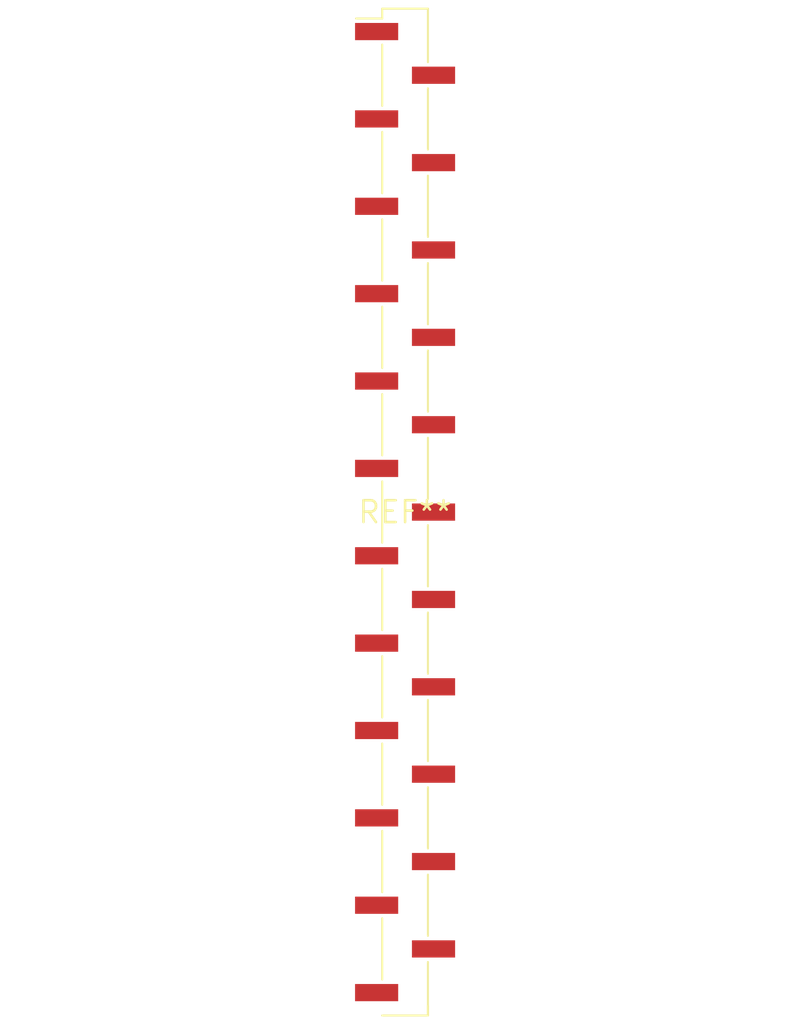
<source format=kicad_pcb>
(kicad_pcb (version 20240108) (generator pcbnew)
  (layers (0 "F.Cu" signal) (31 "B.Cu" signal) (34 "B.Paste" user) (35 "F.Paste" user) (36 "B.SilkS" user "B.Silkscreen") (37 "F.SilkS" user "F.Silkscreen") (38 "B.Mask" user) (39 "F.Mask" user) (44 "Edge.Cuts" user))
  (net 0 "")
  (footprint "PinHeader_1x23_P2.54mm_Vertical_SMD_Pin1Left" (layer "F.Cu") (at 0 0)
    (property "Reference" "REF**")
    (property "Value" "PinHeader_1x23_P2.54mm_Vertical_SMD_Pin1Left")
    (fp_line (start -1.33 -29.27) (end -1.33 -28.7) (layer "F.SilkS") (stroke (width 0.12)))
    (fp_line (start -1.33 -29.27) (end 1.33 -29.27) (layer "F.SilkS") (stroke (width 0.12)))
    (fp_line (start -1.33 -28.7) (end -2.85 -28.7) (layer "F.SilkS") (stroke (width 0.12)))
    (fp_line (start -1.33 -27.18) (end -1.33 -23.62) (layer "F.SilkS") (stroke (width 0.12)))
    (fp_line (start -1.33 -22.1) (end -1.33 -18.54) (layer "F.SilkS") (stroke (width 0.12)))
    (fp_line (start -1.33 -17.02) (end -1.33 -13.46) (layer "F.SilkS") (stroke (width 0.12)))
    (fp_line (start -1.33 -11.94) (end -1.33 -8.38) (layer "F.SilkS") (stroke (width 0.12)))
    (fp_line (start -1.33 -6.86) (end -1.33 -3.3) (layer "F.SilkS") (stroke (width 0.12)))
    (fp_line (start -1.33 -1.78) (end -1.33 1.78) (layer "F.SilkS") (stroke (width 0.12)))
    (fp_line (start -1.33 3.3) (end -1.33 6.86) (layer "F.SilkS") (stroke (width 0.12)))
    (fp_line (start -1.33 8.38) (end -1.33 11.94) (layer "F.SilkS") (stroke (width 0.12)))
    (fp_line (start -1.33 13.46) (end -1.33 17.02) (layer "F.SilkS") (stroke (width 0.12)))
    (fp_line (start -1.33 18.54) (end -1.33 22.1) (layer "F.SilkS") (stroke (width 0.12)))
    (fp_line (start -1.33 23.62) (end -1.33 27.18) (layer "F.SilkS") (stroke (width 0.12)))
    (fp_line (start -1.33 29.27) (end 1.33 29.27) (layer "F.SilkS") (stroke (width 0.12)))
    (fp_line (start 1.33 -29.27) (end 1.33 -26.16) (layer "F.SilkS") (stroke (width 0.12)))
    (fp_line (start 1.33 -24.64) (end 1.33 -21.08) (layer "F.SilkS") (stroke (width 0.12)))
    (fp_line (start 1.33 -19.56) (end 1.33 -16) (layer "F.SilkS") (stroke (width 0.12)))
    (fp_line (start 1.33 -14.48) (end 1.33 -10.92) (layer "F.SilkS") (stroke (width 0.12)))
    (fp_line (start 1.33 -9.4) (end 1.33 -5.84) (layer "F.SilkS") (stroke (width 0.12)))
    (fp_line (start 1.33 -4.32) (end 1.33 -0.76) (layer "F.SilkS") (stroke (width 0.12)))
    (fp_line (start 1.33 0.76) (end 1.33 4.32) (layer "F.SilkS") (stroke (width 0.12)))
    (fp_line (start 1.33 5.84) (end 1.33 9.4) (layer "F.SilkS") (stroke (width 0.12)))
    (fp_line (start 1.33 10.92) (end 1.33 14.48) (layer "F.SilkS") (stroke (width 0.12)))
    (fp_line (start 1.33 16) (end 1.33 19.56) (layer "F.SilkS") (stroke (width 0.12)))
    (fp_line (start 1.33 21.08) (end 1.33 24.64) (layer "F.SilkS") (stroke (width 0.12)))
    (fp_line (start 1.33 26.16) (end 1.33 29.27) (layer "F.SilkS") (stroke (width 0.12)))
    (fp_line (start 1.33 28.7) (end 1.33 29.27) (layer "F.SilkS") (stroke (width 0.12)))
    (pad "1" smd rect (at -1.655 -27.94) (size 2.51 1) (layers "F.Cu" "F.Paste" "F.Mask"))
    (pad "2" smd rect (at 1.655 -25.4) (size 2.51 1) (layers "F.Cu" "F.Paste" "F.Mask"))
    (pad "3" smd rect (at -1.655 -22.86) (size 2.51 1) (layers "F.Cu" "F.Paste" "F.Mask"))
    (pad "4" smd rect (at 1.655 -20.32) (size 2.51 1) (layers "F.Cu" "F.Paste" "F.Mask"))
    (pad "5" smd rect (at -1.655 -17.78) (size 2.51 1) (layers "F.Cu" "F.Paste" "F.Mask"))
    (pad "6" smd rect (at 1.655 -15.24) (size 2.51 1) (layers "F.Cu" "F.Paste" "F.Mask"))
    (pad "7" smd rect (at -1.655 -12.7) (size 2.51 1) (layers "F.Cu" "F.Paste" "F.Mask"))
    (pad "8" smd rect (at 1.655 -10.16) (size 2.51 1) (layers "F.Cu" "F.Paste" "F.Mask"))
    (pad "9" smd rect (at -1.655 -7.62) (size 2.51 1) (layers "F.Cu" "F.Paste" "F.Mask"))
    (pad "10" smd rect (at 1.655 -5.08) (size 2.51 1) (layers "F.Cu" "F.Paste" "F.Mask"))
    (pad "11" smd rect (at -1.655 -2.54) (size 2.51 1) (layers "F.Cu" "F.Paste" "F.Mask"))
    (pad "12" smd rect (at 1.655 0) (size 2.51 1) (layers "F.Cu" "F.Paste" "F.Mask"))
    (pad "13" smd rect (at -1.655 2.54) (size 2.51 1) (layers "F.Cu" "F.Paste" "F.Mask"))
    (pad "14" smd rect (at 1.655 5.08) (size 2.51 1) (layers "F.Cu" "F.Paste" "F.Mask"))
    (pad "15" smd rect (at -1.655 7.62) (size 2.51 1) (layers "F.Cu" "F.Paste" "F.Mask"))
    (pad "16" smd rect (at 1.655 10.16) (size 2.51 1) (layers "F.Cu" "F.Paste" "F.Mask"))
    (pad "17" smd rect (at -1.655 12.7) (size 2.51 1) (layers "F.Cu" "F.Paste" "F.Mask"))
    (pad "18" smd rect (at 1.655 15.24) (size 2.51 1) (layers "F.Cu" "F.Paste" "F.Mask"))
    (pad "19" smd rect (at -1.655 17.78) (size 2.51 1) (layers "F.Cu" "F.Paste" "F.Mask"))
    (pad "20" smd rect (at 1.655 20.32) (size 2.51 1) (layers "F.Cu" "F.Paste" "F.Mask"))
    (pad "21" smd rect (at -1.655 22.86) (size 2.51 1) (layers "F.Cu" "F.Paste" "F.Mask"))
    (pad "22" smd rect (at 1.655 25.4) (size 2.51 1) (layers "F.Cu" "F.Paste" "F.Mask"))
    (pad "23" smd rect (at -1.655 27.94) (size 2.51 1) (layers "F.Cu" "F.Paste" "F.Mask"))
  )
)
</source>
